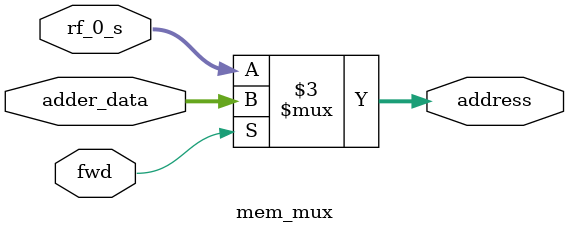
<source format=v>
module mem_mux(input fwd,
               input [15:0] rf_0_s,
               input [15:0] adder_data,
               output reg [15:0] address);
               
always@( * )
begin
if ( fwd )
    address = adder_data;
else
    address = rf_0_s;
end

endmodule
</source>
